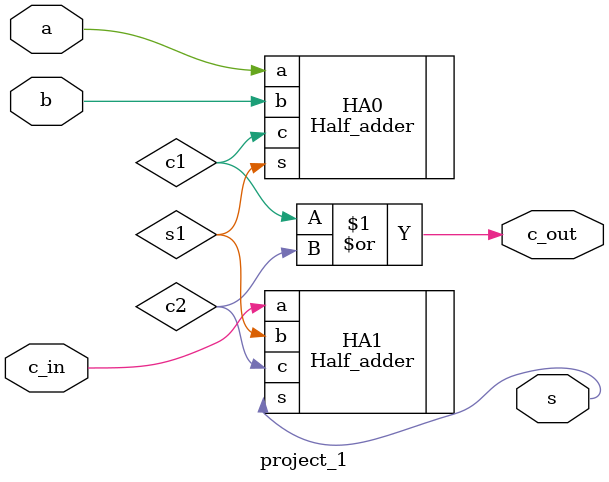
<source format=v>
`timescale 1ns / 1ps

`include "Definitions.vh"


module project_1(
    input a , b, c_in,
    output s , c_out
    );
    wire c1, c2, s1;
   Half_adder HA0 (
   .a(a),
   .b(b),
   .c(c1),
   .s(s1)
   );
   
   Half_adder HA1 (
   
   .a(c_in),
   .b(s1),
   .c(c2),
   .s(s)
   );
   
   assign c_out = c1 | c2;

endmodule

   

</source>
